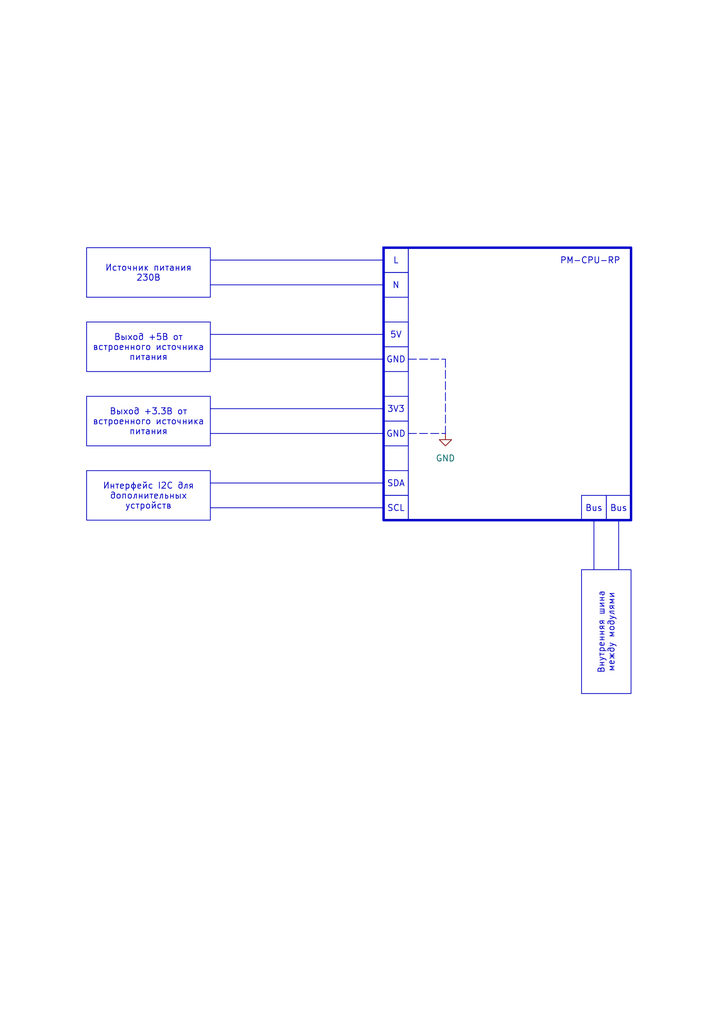
<source format=kicad_sch>
(kicad_sch (version 20231120) (generator "eeschema") (generator_version "8.0")
  (paper "A5" portrait)
  (title_block (title "Схема внешних подключений") (date "2024-07-11"))
  (lib_symbols
    (symbol "power:GND" (power) (pin_numbers hide) (pin_names (offset 0) hide)
      (property "Value" "GND" (at 0 -3.81 0))
      (symbol "GND_0_1"
        (polyline (pts (xy 0 0) (xy 0 -1.27) (xy 1.27 -1.27) (xy 0 -2.54) (xy -1.27 -1.27) (xy 0 -1.27)))
      )
      (symbol "GND_1_1"
        (pin power_in line (at 0 0 270) (length 0) (name "~") (number "1"))
      )
    )
  )
  (polyline (pts (xy 43.18 68.58) (xy 78.74 68.58)))
  (polyline (pts (xy 83.82 88.9) (xy 91.44 88.9)) (stroke (width 0) (type dash)))
  (polyline (pts (xy 43.18 99.06) (xy 78.74 99.06)))
  (polyline (pts (xy 43.18 73.66) (xy 78.74 73.66)))
  (polyline (pts (xy 127 106.68) (xy 127 116.84)))
  (polyline (pts (xy 43.18 83.82) (xy 78.74 83.82)))
  (polyline (pts (xy 121.92 106.68) (xy 121.92 116.84)))
  (polyline (pts (xy 43.18 58.42) (xy 78.74 58.42)))
  (polyline (pts (xy 91.44 73.66) (xy 91.44 88.9)) (stroke (width 0) (type dash)))
  (polyline (pts (xy 83.82 73.66) (xy 91.44 73.66)) (stroke (width 0) (type dash)))
  (polyline (pts (xy 43.18 88.9) (xy 78.74 88.9)))
  (polyline (pts (xy 43.18 104.14) (xy 78.74 104.14)))
  (polyline (pts (xy 43.18 53.34) (xy 78.74 53.34)))
  (rectangle (start 78.74 50.8) (end 83.82 106.68))
  (rectangle (start 78.74 50.8) (end 129.54 106.68) (stroke (width 0.5)))
  (text_box "Интерфейс I2C для дополнительных устройств" (at 17.78 96.52 0) (size 25.4 10.16) (effects (font (size 1.27 1.27))))
  (text_box "Внутренняя шина между модулями" (at 119.38 116.84 90) (size 10.16 25.4) (effects (font (size 1.27 1.27))))
  (text_box "3V3" (at 78.74 81.28 0) (size 5.08 5.08) (effects (font (size 1.27 1.27))))
  (text_box "N" (at 78.74 55.88 0) (size 5.08 5.08) (effects (font (size 1.27 1.27))))
  (text_box "L" (at 78.74 50.8 0) (size 5.08 5.08) (effects (font (size 1.27 1.27))))
  (text_box "Выход +5В от встроенного источника питания" (at 17.78 66.04 0) (size 25.4 10.16) (effects (font (size 1.27 1.27))))
  (text_box "5V" (at 78.74 66.04 0) (size 5.08 5.08) (effects (font (size 1.27 1.27))))
  (text_box "SCL" (at 78.74 101.6 0) (size 5.08 5.08) (effects (font (size 1.27 1.27))))
  (text_box "GND" (at 78.74 71.12 0) (size 5.08 5.08) (effects (font (size 1.27 1.27))))
  (text_box "Bus" (at 119.38 101.6 0) (size 5.08 5.08) (effects (font (size 1.27 1.27))))
  (text_box "GND" (at 78.74 86.36 0) (size 5.08 5.08) (effects (font (size 1.27 1.27))))
  (text_box "Bus" (at 124.46 101.6 0) (size 5.08 5.08) (effects (font (size 1.27 1.27))))
  (text_box "Источник питания 230В" (at 17.78 50.8 0) (size 25.4 10.16) (effects (font (size 1.27 1.27))))
  (text_box "SDA" (at 78.74 96.52 0) (size 5.08 5.08) (effects (font (size 1.27 1.27))))
  (text_box "Выход +3.3В от встроенного источника питания" (at 17.78 81.28 0) (size 25.4 10.16) (effects (font (size 1.27 1.27))))
  (text "PM-CPU-RP" (at 121.158 53.594 0) (effects (font (size 1.27 1.27))))
  (symbol (lib_id "power:GND") (at 91.44 88.9 0) (unit 1)
    (property "Reference" "#PWR03" (effects (hide yes)))
    (property "Value" "GND" (at 91.44 93.98 0))
    (property "Description" "Power symbol creates a global label with name \"GND\" , ground" (effects (hide yes)))
  )
)
</source>
